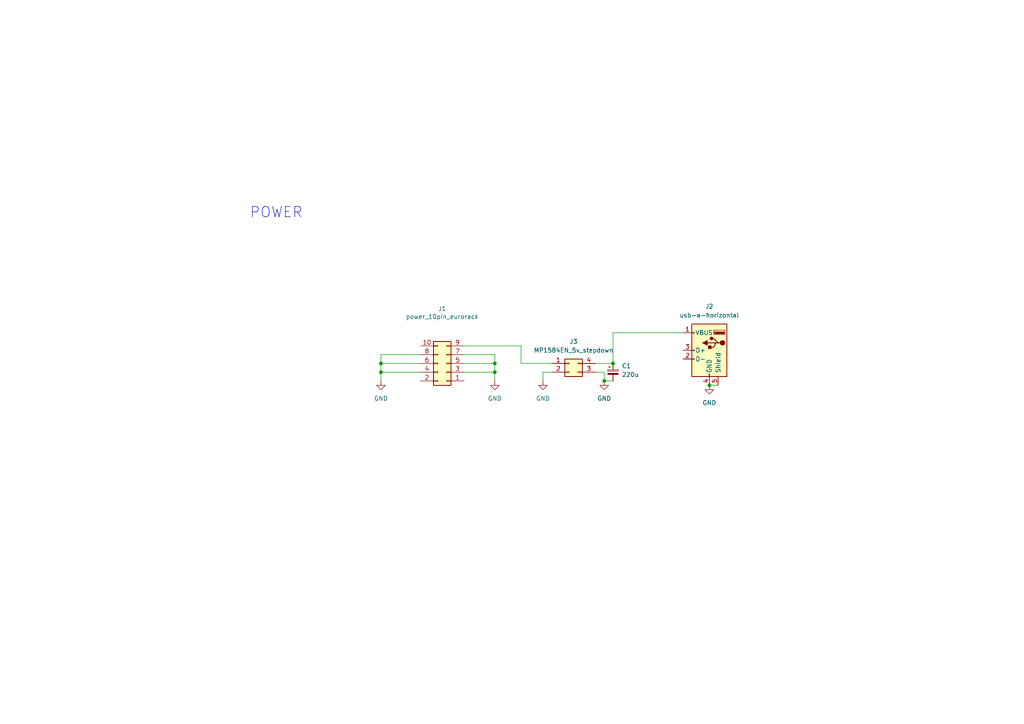
<source format=kicad_sch>
(kicad_sch (version 20231120) (generator "eeschema") (generator_version "8.0")
  (paper "A4")
  (lib_symbols
    (symbol "Connector:USB_A" (pin_names (offset 1.016))
      (property "Reference" "J" (at -5.08 11.43 0))
      (property "Value" "USB_A" (at -5.08 8.89 0))
      (symbol "USB_A_0_1"
        (rectangle (start -5.08 -7.62) (end 5.08 7.62) (stroke (width 0.254)) (fill (type background)))
        (circle (center -3.81 2.159) (radius 0.635) (stroke (width 0.254)) (fill (type outline)))
        (rectangle (start -1.524 4.826) (end -4.318 5.334) (fill (type outline)))
        (rectangle (start -1.27 4.572) (end -4.572 5.842))
        (circle (center -0.635 3.429) (radius 0.381) (stroke (width 0.254)) (fill (type outline)))
        (rectangle (start -0.127 -7.62) (end 0.127 -6.858))
        (polyline (pts (xy -3.175 2.159) (xy -2.54 2.159) (xy -1.27 3.429) (xy -0.635 3.429)) (stroke (width 0.254)))
        (polyline (pts (xy -2.54 2.159) (xy -1.905 2.159) (xy -1.27 0.889) (xy 0 0.889)) (stroke (width 0.254)))
        (polyline (pts (xy 0.635 2.794) (xy 0.635 1.524) (xy 1.905 2.159) (xy 0.635 2.794)) (stroke (width 0.254)) (fill (type outline)))
        (rectangle (start 0.254 1.27) (end -0.508 0.508) (stroke (width 0.254)) (fill (type outline)))
        (rectangle (start 5.08 -2.667) (end 4.318 -2.413))
        (rectangle (start 5.08 -0.127) (end 4.318 0.127))
        (rectangle (start 5.08 4.953) (end 4.318 5.207))
      )
      (symbol "USB_A_1_1"
        (polyline (pts (xy -1.905 2.159) (xy 0.635 2.159)) (stroke (width 0.254)))
        (pin power_in line (at 7.62 5.08 180) (length 2.54) (name "VBUS") (number "1"))
        (pin bidirectional line (at 7.62 -2.54 180) (length 2.54) (name "D-") (number "2"))
        (pin bidirectional line (at 7.62 0 180) (length 2.54) (name "D+") (number "3"))
        (pin power_in line (at 0 -10.16 90) (length 2.54) (name "GND") (number "4"))
        (pin passive line (at -2.54 -10.16 90) (length 2.54) (name "Shield") (number "5"))
      )
    )
    (symbol "Connector_Generic:Conn_02x02_Counter_Clockwise" (pin_names (offset 1.016) hide)
      (property "Reference" "J" (at 1.27 2.54 0))
      (property "Value" "Conn_02x02_Counter_Clockwise" (at 1.27 -5.08 0))
      (symbol "Conn_02x02_Counter_Clockwise_1_1"
        (rectangle (start -1.27 -2.413) (end 0 -2.667) (stroke (width 0.1524)))
        (rectangle (start -1.27 0.127) (end 0 -0.127) (stroke (width 0.1524)))
        (rectangle (start -1.27 1.27) (end 3.81 -3.81) (stroke (width 0.254)) (fill (type background)))
        (rectangle (start 3.81 -2.413) (end 2.54 -2.667) (stroke (width 0.1524)))
        (rectangle (start 3.81 0.127) (end 2.54 -0.127) (stroke (width 0.1524)))
        (pin passive line (at -5.08 0 0) (length 3.81) (name "Pin_1") (number "1"))
        (pin passive line (at -5.08 -2.54 0) (length 3.81) (name "Pin_2") (number "2"))
        (pin passive line (at 7.62 -2.54 180) (length 3.81) (name "Pin_3") (number "3"))
        (pin passive line (at 7.62 0 180) (length 3.81) (name "Pin_4") (number "4"))
      )
    )
    (symbol "Connector_Generic:Conn_02x05_Odd_Even" (pin_names (offset 1.016) hide)
      (property "Reference" "J" (at 1.27 7.62 0))
      (property "Value" "Conn_02x05_Odd_Even" (at 1.27 -7.62 0))
      (symbol "Conn_02x05_Odd_Even_1_1"
        (rectangle (start -1.27 -4.953) (end 0 -5.207) (stroke (width 0.1524)))
        (rectangle (start -1.27 -2.413) (end 0 -2.667) (stroke (width 0.1524)))
        (rectangle (start -1.27 0.127) (end 0 -0.127) (stroke (width 0.1524)))
        (rectangle (start -1.27 2.667) (end 0 2.413) (stroke (width 0.1524)))
        (rectangle (start -1.27 5.207) (end 0 4.953) (stroke (width 0.1524)))
        (rectangle (start -1.27 6.35) (end 3.81 -6.35) (stroke (width 0.254)) (fill (type background)))
        (rectangle (start 3.81 -4.953) (end 2.54 -5.207) (stroke (width 0.1524)))
        (rectangle (start 3.81 -2.413) (end 2.54 -2.667) (stroke (width 0.1524)))
        (rectangle (start 3.81 0.127) (end 2.54 -0.127) (stroke (width 0.1524)))
        (rectangle (start 3.81 2.667) (end 2.54 2.413) (stroke (width 0.1524)))
        (rectangle (start 3.81 5.207) (end 2.54 4.953) (stroke (width 0.1524)))
        (pin passive line (at -5.08 5.08 0) (length 3.81) (name "Pin_1") (number "1"))
        (pin passive line (at 7.62 -5.08 180) (length 3.81) (name "Pin_10") (number "10"))
        (pin passive line (at 7.62 5.08 180) (length 3.81) (name "Pin_2") (number "2"))
        (pin passive line (at -5.08 2.54 0) (length 3.81) (name "Pin_3") (number "3"))
        (pin passive line (at 7.62 2.54 180) (length 3.81) (name "Pin_4") (number "4"))
        (pin passive line (at -5.08 0 0) (length 3.81) (name "Pin_5") (number "5"))
        (pin passive line (at 7.62 0 180) (length 3.81) (name "Pin_6") (number "6"))
        (pin passive line (at -5.08 -2.54 0) (length 3.81) (name "Pin_7") (number "7"))
        (pin passive line (at 7.62 -2.54 180) (length 3.81) (name "Pin_8") (number "8"))
        (pin passive line (at -5.08 -5.08 0) (length 3.81) (name "Pin_9") (number "9"))
      )
    )
    (symbol "Device:C_Polarized_Small" (pin_numbers hide) (pin_names (offset 0.254) hide)
      (property "Reference" "C" (at 0.254 1.778 0))
      (property "Value" "C_Polarized_Small" (at 0.254 -2.032 0))
      (symbol "C_Polarized_Small_0_1"
        (rectangle (start -1.524 -0.3048) (end 1.524 -0.6858) (fill (type outline)))
        (rectangle (start -1.524 0.6858) (end 1.524 0.3048))
        (polyline (pts (xy -1.27 1.524) (xy -0.762 1.524)))
        (polyline (pts (xy -1.016 1.27) (xy -1.016 1.778)))
      )
      (symbol "C_Polarized_Small_1_1"
        (pin passive line (at 0 2.54 270) (length 1.8542) (name "~") (number "1"))
        (pin passive line (at 0 -2.54 90) (length 1.8542) (name "~") (number "2"))
      )
    )
    (symbol "power:GND" (power) (pin_numbers hide) (pin_names (offset 0) hide)
      (property "Value" "GND" (at 0 -3.81 0))
      (symbol "GND_0_1"
        (polyline (pts (xy 0 0) (xy 0 -1.27) (xy 1.27 -1.27) (xy 0 -2.54) (xy -1.27 -1.27) (xy 0 -1.27)))
      )
      (symbol "GND_1_1"
        (pin power_in line (at 0 0 270) (length 0) (name "~") (number "1"))
      )
    )
  )
  (junction (at 143.51 105.41))
  (junction (at 110.49 105.41))
  (junction (at 110.49 107.95))
  (junction (at 205.74 111.76))
  (junction (at 143.51 107.95))
  (junction (at 177.8 105.41))
  (junction (at 175.26 110.49))
  (wire (pts (xy 175.26 110.49) (xy 177.8 110.49)))
  (wire (pts (xy 175.26 107.95) (xy 172.72 107.95)))
  (wire (pts (xy 134.62 100.33) (xy 151.13 100.33)))
  (wire (pts (xy 157.48 107.95) (xy 157.48 110.49)))
  (wire (pts (xy 110.49 107.95) (xy 121.92 107.95)))
  (wire (pts (xy 143.51 105.41) (xy 143.51 102.87)))
  (wire (pts (xy 175.26 110.49) (xy 175.26 107.95)))
  (wire (pts (xy 177.8 96.52) (xy 177.8 105.41)))
  (wire (pts (xy 151.13 100.33) (xy 151.13 105.41)))
  (wire (pts (xy 160.02 107.95) (xy 157.48 107.95)))
  (wire (pts (xy 110.49 107.95) (xy 110.49 110.49)))
  (wire (pts (xy 208.28 111.76) (xy 205.74 111.76)))
  (wire (pts (xy 198.12 96.52) (xy 177.8 96.52)))
  (wire (pts (xy 143.51 102.87) (xy 134.62 102.87)))
  (wire (pts (xy 134.62 107.95) (xy 143.51 107.95)))
  (wire (pts (xy 121.92 102.87) (xy 110.49 102.87)))
  (wire (pts (xy 110.49 102.87) (xy 110.49 105.41)))
  (wire (pts (xy 110.49 105.41) (xy 121.92 105.41)))
  (wire (pts (xy 143.51 110.49) (xy 143.51 107.95)))
  (wire (pts (xy 151.13 105.41) (xy 160.02 105.41)))
  (wire (pts (xy 134.62 105.41) (xy 143.51 105.41)))
  (wire (pts (xy 110.49 105.41) (xy 110.49 107.95)))
  (wire (pts (xy 172.72 105.41) (xy 177.8 105.41)))
  (wire (pts (xy 143.51 107.95) (xy 143.51 105.41)))
  (text "POWER" (at 72.39 63.5 0) (effects (font (size 3 3)) (justify left bottom)))
  (symbol (lib_id "power:GND") (at 205.74 111.76 0) (mirror y) (unit 1)
    (property "Reference" "#PWR03" (effects (hide yes)))
    (property "Value" "GND" (at 205.74 116.84 0))
    (property "Description" "Power symbol creates a global label with name \"GND\" , ground" (effects (hide yes)))
  )
  (symbol (lib_id "power:GND") (at 110.49 110.49 0) (unit 1)
    (property "Reference" "#PWR02" (effects (hide yes)))
    (property "Value" "GND" (at 110.49 115.57 0))
    (property "Description" "Power symbol creates a global label with name \"GND\" , ground" (effects (hide yes)))
  )
  (symbol (lib_id "power:GND") (at 175.26 110.49 0) (unit 1)
    (property "Reference" "#PWR05" (effects (hide yes)))
    (property "Value" "GND" (at 175.26 115.57 0))
  )
  (symbol (lib_id "Device:C_Polarized_Small") (at 177.8 107.95 0) (unit 1)
    (property "Reference" "C1" (at 180.34 106.1339 0) (effects (justify left)))
    (property "Value" "220u" (at 180.34 108.6739 0) (effects (justify left)))
    (property "Footprint" "Capacitor_THT:CP_Radial_D5.0mm_P2.00mm" (effects (hide yes)))
  )
  (symbol (lib_id "Connector_Generic:Conn_02x05_Odd_Even") (at 129.54 105.41 180) (unit 1)
    (property "Reference" "J1" (at 128.27 89.535 0))
    (property "Value" "power_10pin_eurorack" (at 128.27 91.8464 0))
    (property "Footprint" "Connector_IDC:IDC-Header_2x05_P2.54mm_Vertical" (effects (hide yes)))
    (property "Description" "Generic connector, double row, 02x05, odd/even pin numbering scheme (row 1 odd numbers, row 2 even numbers), script generated (kicad-library-utils/schlib/autogen/connector/)" (effects (hide yes)))
  )
  (symbol (lib_id "power:GND") (at 143.51 110.49 0) (unit 1)
    (property "Reference" "#PWR01" (effects (hide yes)))
    (property "Value" "GND" (at 143.51 115.57 0))
    (property "Description" "Power symbol creates a global label with name \"GND\" , ground" (effects (hide yes)))
  )
  (symbol (lib_id "Connector_Generic:Conn_02x02_Counter_Clockwise") (at 165.1 105.41 0) (unit 1)
    (property "Reference" "J3" (at 166.37 99.06 0))
    (property "Value" "MP1584EN_5v_stepdown" (at 166.37 101.6 0))
    (property "Footprint" "lib_fp:MP1584EN_stepdown_module" (effects (hide yes)))
  )
  (symbol (lib_id "Connector:USB_A") (at 205.74 101.6 0) (mirror y) (unit 1)
    (property "Reference" "J2" (at 205.74 88.9 0))
    (property "Value" "usb-a-horizontal" (at 205.74 91.44 0))
    (property "Footprint" "Connector_USB:USB_A_CONNFLY_DS1095-WNR0" (effects (hide yes)))
    (property "Datasheet" " ~" (effects (hide yes)))
  )
  (symbol (lib_id "power:GND") (at 157.48 110.49 0) (unit 1)
    (property "Reference" "#PWR04" (effects (hide yes)))
    (property "Value" "GND" (at 157.48 115.57 0))
  )
)
</source>
